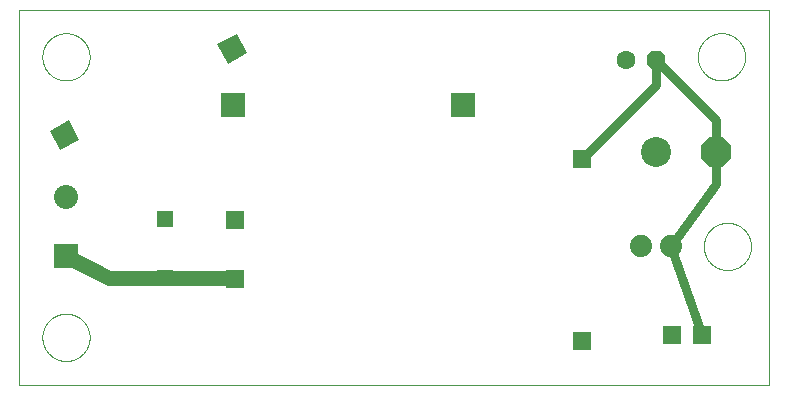
<source format=gbl>
G75*
%MOIN*%
%OFA0B0*%
%FSLAX25Y25*%
%IPPOS*%
%LPD*%
%AMOC8*
5,1,8,0,0,1.08239X$1,22.5*
%
%ADD10C,0.00000*%
%ADD11R,0.08000X0.08000*%
%ADD12C,0.08000*%
%ADD13R,0.05937X0.05937*%
%ADD14R,0.07382X0.07382*%
%ADD15R,0.07972X0.07972*%
%ADD16R,0.05543X0.05543*%
%ADD17R,0.06000X0.06000*%
%ADD18C,0.10000*%
%ADD19OC8,0.10000*%
%ADD20OC8,0.06300*%
%ADD21C,0.06300*%
%ADD22C,0.07400*%
%ADD23C,0.05000*%
%ADD24C,0.03150*%
D10*
X0002266Y0001000D02*
X0002266Y0126000D01*
X0252266Y0126000D01*
X0252266Y0001000D01*
X0002266Y0001000D01*
X0010140Y0016748D02*
X0010142Y0016941D01*
X0010149Y0017134D01*
X0010161Y0017327D01*
X0010178Y0017520D01*
X0010199Y0017712D01*
X0010225Y0017903D01*
X0010256Y0018094D01*
X0010291Y0018284D01*
X0010331Y0018473D01*
X0010376Y0018661D01*
X0010425Y0018848D01*
X0010479Y0019034D01*
X0010537Y0019218D01*
X0010600Y0019401D01*
X0010668Y0019582D01*
X0010739Y0019761D01*
X0010816Y0019939D01*
X0010896Y0020115D01*
X0010981Y0020288D01*
X0011070Y0020460D01*
X0011163Y0020629D01*
X0011260Y0020796D01*
X0011362Y0020961D01*
X0011467Y0021123D01*
X0011576Y0021282D01*
X0011690Y0021439D01*
X0011807Y0021592D01*
X0011927Y0021743D01*
X0012052Y0021891D01*
X0012180Y0022036D01*
X0012311Y0022177D01*
X0012446Y0022316D01*
X0012585Y0022451D01*
X0012726Y0022582D01*
X0012871Y0022710D01*
X0013019Y0022835D01*
X0013170Y0022955D01*
X0013323Y0023072D01*
X0013480Y0023186D01*
X0013639Y0023295D01*
X0013801Y0023400D01*
X0013966Y0023502D01*
X0014133Y0023599D01*
X0014302Y0023692D01*
X0014474Y0023781D01*
X0014647Y0023866D01*
X0014823Y0023946D01*
X0015001Y0024023D01*
X0015180Y0024094D01*
X0015361Y0024162D01*
X0015544Y0024225D01*
X0015728Y0024283D01*
X0015914Y0024337D01*
X0016101Y0024386D01*
X0016289Y0024431D01*
X0016478Y0024471D01*
X0016668Y0024506D01*
X0016859Y0024537D01*
X0017050Y0024563D01*
X0017242Y0024584D01*
X0017435Y0024601D01*
X0017628Y0024613D01*
X0017821Y0024620D01*
X0018014Y0024622D01*
X0018207Y0024620D01*
X0018400Y0024613D01*
X0018593Y0024601D01*
X0018786Y0024584D01*
X0018978Y0024563D01*
X0019169Y0024537D01*
X0019360Y0024506D01*
X0019550Y0024471D01*
X0019739Y0024431D01*
X0019927Y0024386D01*
X0020114Y0024337D01*
X0020300Y0024283D01*
X0020484Y0024225D01*
X0020667Y0024162D01*
X0020848Y0024094D01*
X0021027Y0024023D01*
X0021205Y0023946D01*
X0021381Y0023866D01*
X0021554Y0023781D01*
X0021726Y0023692D01*
X0021895Y0023599D01*
X0022062Y0023502D01*
X0022227Y0023400D01*
X0022389Y0023295D01*
X0022548Y0023186D01*
X0022705Y0023072D01*
X0022858Y0022955D01*
X0023009Y0022835D01*
X0023157Y0022710D01*
X0023302Y0022582D01*
X0023443Y0022451D01*
X0023582Y0022316D01*
X0023717Y0022177D01*
X0023848Y0022036D01*
X0023976Y0021891D01*
X0024101Y0021743D01*
X0024221Y0021592D01*
X0024338Y0021439D01*
X0024452Y0021282D01*
X0024561Y0021123D01*
X0024666Y0020961D01*
X0024768Y0020796D01*
X0024865Y0020629D01*
X0024958Y0020460D01*
X0025047Y0020288D01*
X0025132Y0020115D01*
X0025212Y0019939D01*
X0025289Y0019761D01*
X0025360Y0019582D01*
X0025428Y0019401D01*
X0025491Y0019218D01*
X0025549Y0019034D01*
X0025603Y0018848D01*
X0025652Y0018661D01*
X0025697Y0018473D01*
X0025737Y0018284D01*
X0025772Y0018094D01*
X0025803Y0017903D01*
X0025829Y0017712D01*
X0025850Y0017520D01*
X0025867Y0017327D01*
X0025879Y0017134D01*
X0025886Y0016941D01*
X0025888Y0016748D01*
X0025886Y0016555D01*
X0025879Y0016362D01*
X0025867Y0016169D01*
X0025850Y0015976D01*
X0025829Y0015784D01*
X0025803Y0015593D01*
X0025772Y0015402D01*
X0025737Y0015212D01*
X0025697Y0015023D01*
X0025652Y0014835D01*
X0025603Y0014648D01*
X0025549Y0014462D01*
X0025491Y0014278D01*
X0025428Y0014095D01*
X0025360Y0013914D01*
X0025289Y0013735D01*
X0025212Y0013557D01*
X0025132Y0013381D01*
X0025047Y0013208D01*
X0024958Y0013036D01*
X0024865Y0012867D01*
X0024768Y0012700D01*
X0024666Y0012535D01*
X0024561Y0012373D01*
X0024452Y0012214D01*
X0024338Y0012057D01*
X0024221Y0011904D01*
X0024101Y0011753D01*
X0023976Y0011605D01*
X0023848Y0011460D01*
X0023717Y0011319D01*
X0023582Y0011180D01*
X0023443Y0011045D01*
X0023302Y0010914D01*
X0023157Y0010786D01*
X0023009Y0010661D01*
X0022858Y0010541D01*
X0022705Y0010424D01*
X0022548Y0010310D01*
X0022389Y0010201D01*
X0022227Y0010096D01*
X0022062Y0009994D01*
X0021895Y0009897D01*
X0021726Y0009804D01*
X0021554Y0009715D01*
X0021381Y0009630D01*
X0021205Y0009550D01*
X0021027Y0009473D01*
X0020848Y0009402D01*
X0020667Y0009334D01*
X0020484Y0009271D01*
X0020300Y0009213D01*
X0020114Y0009159D01*
X0019927Y0009110D01*
X0019739Y0009065D01*
X0019550Y0009025D01*
X0019360Y0008990D01*
X0019169Y0008959D01*
X0018978Y0008933D01*
X0018786Y0008912D01*
X0018593Y0008895D01*
X0018400Y0008883D01*
X0018207Y0008876D01*
X0018014Y0008874D01*
X0017821Y0008876D01*
X0017628Y0008883D01*
X0017435Y0008895D01*
X0017242Y0008912D01*
X0017050Y0008933D01*
X0016859Y0008959D01*
X0016668Y0008990D01*
X0016478Y0009025D01*
X0016289Y0009065D01*
X0016101Y0009110D01*
X0015914Y0009159D01*
X0015728Y0009213D01*
X0015544Y0009271D01*
X0015361Y0009334D01*
X0015180Y0009402D01*
X0015001Y0009473D01*
X0014823Y0009550D01*
X0014647Y0009630D01*
X0014474Y0009715D01*
X0014302Y0009804D01*
X0014133Y0009897D01*
X0013966Y0009994D01*
X0013801Y0010096D01*
X0013639Y0010201D01*
X0013480Y0010310D01*
X0013323Y0010424D01*
X0013170Y0010541D01*
X0013019Y0010661D01*
X0012871Y0010786D01*
X0012726Y0010914D01*
X0012585Y0011045D01*
X0012446Y0011180D01*
X0012311Y0011319D01*
X0012180Y0011460D01*
X0012052Y0011605D01*
X0011927Y0011753D01*
X0011807Y0011904D01*
X0011690Y0012057D01*
X0011576Y0012214D01*
X0011467Y0012373D01*
X0011362Y0012535D01*
X0011260Y0012700D01*
X0011163Y0012867D01*
X0011070Y0013036D01*
X0010981Y0013208D01*
X0010896Y0013381D01*
X0010816Y0013557D01*
X0010739Y0013735D01*
X0010668Y0013914D01*
X0010600Y0014095D01*
X0010537Y0014278D01*
X0010479Y0014462D01*
X0010425Y0014648D01*
X0010376Y0014835D01*
X0010331Y0015023D01*
X0010291Y0015212D01*
X0010256Y0015402D01*
X0010225Y0015593D01*
X0010199Y0015784D01*
X0010178Y0015976D01*
X0010161Y0016169D01*
X0010149Y0016362D01*
X0010142Y0016555D01*
X0010140Y0016748D01*
X0010140Y0110252D02*
X0010142Y0110445D01*
X0010149Y0110638D01*
X0010161Y0110831D01*
X0010178Y0111024D01*
X0010199Y0111216D01*
X0010225Y0111407D01*
X0010256Y0111598D01*
X0010291Y0111788D01*
X0010331Y0111977D01*
X0010376Y0112165D01*
X0010425Y0112352D01*
X0010479Y0112538D01*
X0010537Y0112722D01*
X0010600Y0112905D01*
X0010668Y0113086D01*
X0010739Y0113265D01*
X0010816Y0113443D01*
X0010896Y0113619D01*
X0010981Y0113792D01*
X0011070Y0113964D01*
X0011163Y0114133D01*
X0011260Y0114300D01*
X0011362Y0114465D01*
X0011467Y0114627D01*
X0011576Y0114786D01*
X0011690Y0114943D01*
X0011807Y0115096D01*
X0011927Y0115247D01*
X0012052Y0115395D01*
X0012180Y0115540D01*
X0012311Y0115681D01*
X0012446Y0115820D01*
X0012585Y0115955D01*
X0012726Y0116086D01*
X0012871Y0116214D01*
X0013019Y0116339D01*
X0013170Y0116459D01*
X0013323Y0116576D01*
X0013480Y0116690D01*
X0013639Y0116799D01*
X0013801Y0116904D01*
X0013966Y0117006D01*
X0014133Y0117103D01*
X0014302Y0117196D01*
X0014474Y0117285D01*
X0014647Y0117370D01*
X0014823Y0117450D01*
X0015001Y0117527D01*
X0015180Y0117598D01*
X0015361Y0117666D01*
X0015544Y0117729D01*
X0015728Y0117787D01*
X0015914Y0117841D01*
X0016101Y0117890D01*
X0016289Y0117935D01*
X0016478Y0117975D01*
X0016668Y0118010D01*
X0016859Y0118041D01*
X0017050Y0118067D01*
X0017242Y0118088D01*
X0017435Y0118105D01*
X0017628Y0118117D01*
X0017821Y0118124D01*
X0018014Y0118126D01*
X0018207Y0118124D01*
X0018400Y0118117D01*
X0018593Y0118105D01*
X0018786Y0118088D01*
X0018978Y0118067D01*
X0019169Y0118041D01*
X0019360Y0118010D01*
X0019550Y0117975D01*
X0019739Y0117935D01*
X0019927Y0117890D01*
X0020114Y0117841D01*
X0020300Y0117787D01*
X0020484Y0117729D01*
X0020667Y0117666D01*
X0020848Y0117598D01*
X0021027Y0117527D01*
X0021205Y0117450D01*
X0021381Y0117370D01*
X0021554Y0117285D01*
X0021726Y0117196D01*
X0021895Y0117103D01*
X0022062Y0117006D01*
X0022227Y0116904D01*
X0022389Y0116799D01*
X0022548Y0116690D01*
X0022705Y0116576D01*
X0022858Y0116459D01*
X0023009Y0116339D01*
X0023157Y0116214D01*
X0023302Y0116086D01*
X0023443Y0115955D01*
X0023582Y0115820D01*
X0023717Y0115681D01*
X0023848Y0115540D01*
X0023976Y0115395D01*
X0024101Y0115247D01*
X0024221Y0115096D01*
X0024338Y0114943D01*
X0024452Y0114786D01*
X0024561Y0114627D01*
X0024666Y0114465D01*
X0024768Y0114300D01*
X0024865Y0114133D01*
X0024958Y0113964D01*
X0025047Y0113792D01*
X0025132Y0113619D01*
X0025212Y0113443D01*
X0025289Y0113265D01*
X0025360Y0113086D01*
X0025428Y0112905D01*
X0025491Y0112722D01*
X0025549Y0112538D01*
X0025603Y0112352D01*
X0025652Y0112165D01*
X0025697Y0111977D01*
X0025737Y0111788D01*
X0025772Y0111598D01*
X0025803Y0111407D01*
X0025829Y0111216D01*
X0025850Y0111024D01*
X0025867Y0110831D01*
X0025879Y0110638D01*
X0025886Y0110445D01*
X0025888Y0110252D01*
X0025886Y0110059D01*
X0025879Y0109866D01*
X0025867Y0109673D01*
X0025850Y0109480D01*
X0025829Y0109288D01*
X0025803Y0109097D01*
X0025772Y0108906D01*
X0025737Y0108716D01*
X0025697Y0108527D01*
X0025652Y0108339D01*
X0025603Y0108152D01*
X0025549Y0107966D01*
X0025491Y0107782D01*
X0025428Y0107599D01*
X0025360Y0107418D01*
X0025289Y0107239D01*
X0025212Y0107061D01*
X0025132Y0106885D01*
X0025047Y0106712D01*
X0024958Y0106540D01*
X0024865Y0106371D01*
X0024768Y0106204D01*
X0024666Y0106039D01*
X0024561Y0105877D01*
X0024452Y0105718D01*
X0024338Y0105561D01*
X0024221Y0105408D01*
X0024101Y0105257D01*
X0023976Y0105109D01*
X0023848Y0104964D01*
X0023717Y0104823D01*
X0023582Y0104684D01*
X0023443Y0104549D01*
X0023302Y0104418D01*
X0023157Y0104290D01*
X0023009Y0104165D01*
X0022858Y0104045D01*
X0022705Y0103928D01*
X0022548Y0103814D01*
X0022389Y0103705D01*
X0022227Y0103600D01*
X0022062Y0103498D01*
X0021895Y0103401D01*
X0021726Y0103308D01*
X0021554Y0103219D01*
X0021381Y0103134D01*
X0021205Y0103054D01*
X0021027Y0102977D01*
X0020848Y0102906D01*
X0020667Y0102838D01*
X0020484Y0102775D01*
X0020300Y0102717D01*
X0020114Y0102663D01*
X0019927Y0102614D01*
X0019739Y0102569D01*
X0019550Y0102529D01*
X0019360Y0102494D01*
X0019169Y0102463D01*
X0018978Y0102437D01*
X0018786Y0102416D01*
X0018593Y0102399D01*
X0018400Y0102387D01*
X0018207Y0102380D01*
X0018014Y0102378D01*
X0017821Y0102380D01*
X0017628Y0102387D01*
X0017435Y0102399D01*
X0017242Y0102416D01*
X0017050Y0102437D01*
X0016859Y0102463D01*
X0016668Y0102494D01*
X0016478Y0102529D01*
X0016289Y0102569D01*
X0016101Y0102614D01*
X0015914Y0102663D01*
X0015728Y0102717D01*
X0015544Y0102775D01*
X0015361Y0102838D01*
X0015180Y0102906D01*
X0015001Y0102977D01*
X0014823Y0103054D01*
X0014647Y0103134D01*
X0014474Y0103219D01*
X0014302Y0103308D01*
X0014133Y0103401D01*
X0013966Y0103498D01*
X0013801Y0103600D01*
X0013639Y0103705D01*
X0013480Y0103814D01*
X0013323Y0103928D01*
X0013170Y0104045D01*
X0013019Y0104165D01*
X0012871Y0104290D01*
X0012726Y0104418D01*
X0012585Y0104549D01*
X0012446Y0104684D01*
X0012311Y0104823D01*
X0012180Y0104964D01*
X0012052Y0105109D01*
X0011927Y0105257D01*
X0011807Y0105408D01*
X0011690Y0105561D01*
X0011576Y0105718D01*
X0011467Y0105877D01*
X0011362Y0106039D01*
X0011260Y0106204D01*
X0011163Y0106371D01*
X0011070Y0106540D01*
X0010981Y0106712D01*
X0010896Y0106885D01*
X0010816Y0107061D01*
X0010739Y0107239D01*
X0010668Y0107418D01*
X0010600Y0107599D01*
X0010537Y0107782D01*
X0010479Y0107966D01*
X0010425Y0108152D01*
X0010376Y0108339D01*
X0010331Y0108527D01*
X0010291Y0108716D01*
X0010256Y0108906D01*
X0010225Y0109097D01*
X0010199Y0109288D01*
X0010178Y0109480D01*
X0010161Y0109673D01*
X0010149Y0109866D01*
X0010142Y0110059D01*
X0010140Y0110252D01*
X0228644Y0110252D02*
X0228646Y0110445D01*
X0228653Y0110638D01*
X0228665Y0110831D01*
X0228682Y0111024D01*
X0228703Y0111216D01*
X0228729Y0111407D01*
X0228760Y0111598D01*
X0228795Y0111788D01*
X0228835Y0111977D01*
X0228880Y0112165D01*
X0228929Y0112352D01*
X0228983Y0112538D01*
X0229041Y0112722D01*
X0229104Y0112905D01*
X0229172Y0113086D01*
X0229243Y0113265D01*
X0229320Y0113443D01*
X0229400Y0113619D01*
X0229485Y0113792D01*
X0229574Y0113964D01*
X0229667Y0114133D01*
X0229764Y0114300D01*
X0229866Y0114465D01*
X0229971Y0114627D01*
X0230080Y0114786D01*
X0230194Y0114943D01*
X0230311Y0115096D01*
X0230431Y0115247D01*
X0230556Y0115395D01*
X0230684Y0115540D01*
X0230815Y0115681D01*
X0230950Y0115820D01*
X0231089Y0115955D01*
X0231230Y0116086D01*
X0231375Y0116214D01*
X0231523Y0116339D01*
X0231674Y0116459D01*
X0231827Y0116576D01*
X0231984Y0116690D01*
X0232143Y0116799D01*
X0232305Y0116904D01*
X0232470Y0117006D01*
X0232637Y0117103D01*
X0232806Y0117196D01*
X0232978Y0117285D01*
X0233151Y0117370D01*
X0233327Y0117450D01*
X0233505Y0117527D01*
X0233684Y0117598D01*
X0233865Y0117666D01*
X0234048Y0117729D01*
X0234232Y0117787D01*
X0234418Y0117841D01*
X0234605Y0117890D01*
X0234793Y0117935D01*
X0234982Y0117975D01*
X0235172Y0118010D01*
X0235363Y0118041D01*
X0235554Y0118067D01*
X0235746Y0118088D01*
X0235939Y0118105D01*
X0236132Y0118117D01*
X0236325Y0118124D01*
X0236518Y0118126D01*
X0236711Y0118124D01*
X0236904Y0118117D01*
X0237097Y0118105D01*
X0237290Y0118088D01*
X0237482Y0118067D01*
X0237673Y0118041D01*
X0237864Y0118010D01*
X0238054Y0117975D01*
X0238243Y0117935D01*
X0238431Y0117890D01*
X0238618Y0117841D01*
X0238804Y0117787D01*
X0238988Y0117729D01*
X0239171Y0117666D01*
X0239352Y0117598D01*
X0239531Y0117527D01*
X0239709Y0117450D01*
X0239885Y0117370D01*
X0240058Y0117285D01*
X0240230Y0117196D01*
X0240399Y0117103D01*
X0240566Y0117006D01*
X0240731Y0116904D01*
X0240893Y0116799D01*
X0241052Y0116690D01*
X0241209Y0116576D01*
X0241362Y0116459D01*
X0241513Y0116339D01*
X0241661Y0116214D01*
X0241806Y0116086D01*
X0241947Y0115955D01*
X0242086Y0115820D01*
X0242221Y0115681D01*
X0242352Y0115540D01*
X0242480Y0115395D01*
X0242605Y0115247D01*
X0242725Y0115096D01*
X0242842Y0114943D01*
X0242956Y0114786D01*
X0243065Y0114627D01*
X0243170Y0114465D01*
X0243272Y0114300D01*
X0243369Y0114133D01*
X0243462Y0113964D01*
X0243551Y0113792D01*
X0243636Y0113619D01*
X0243716Y0113443D01*
X0243793Y0113265D01*
X0243864Y0113086D01*
X0243932Y0112905D01*
X0243995Y0112722D01*
X0244053Y0112538D01*
X0244107Y0112352D01*
X0244156Y0112165D01*
X0244201Y0111977D01*
X0244241Y0111788D01*
X0244276Y0111598D01*
X0244307Y0111407D01*
X0244333Y0111216D01*
X0244354Y0111024D01*
X0244371Y0110831D01*
X0244383Y0110638D01*
X0244390Y0110445D01*
X0244392Y0110252D01*
X0244390Y0110059D01*
X0244383Y0109866D01*
X0244371Y0109673D01*
X0244354Y0109480D01*
X0244333Y0109288D01*
X0244307Y0109097D01*
X0244276Y0108906D01*
X0244241Y0108716D01*
X0244201Y0108527D01*
X0244156Y0108339D01*
X0244107Y0108152D01*
X0244053Y0107966D01*
X0243995Y0107782D01*
X0243932Y0107599D01*
X0243864Y0107418D01*
X0243793Y0107239D01*
X0243716Y0107061D01*
X0243636Y0106885D01*
X0243551Y0106712D01*
X0243462Y0106540D01*
X0243369Y0106371D01*
X0243272Y0106204D01*
X0243170Y0106039D01*
X0243065Y0105877D01*
X0242956Y0105718D01*
X0242842Y0105561D01*
X0242725Y0105408D01*
X0242605Y0105257D01*
X0242480Y0105109D01*
X0242352Y0104964D01*
X0242221Y0104823D01*
X0242086Y0104684D01*
X0241947Y0104549D01*
X0241806Y0104418D01*
X0241661Y0104290D01*
X0241513Y0104165D01*
X0241362Y0104045D01*
X0241209Y0103928D01*
X0241052Y0103814D01*
X0240893Y0103705D01*
X0240731Y0103600D01*
X0240566Y0103498D01*
X0240399Y0103401D01*
X0240230Y0103308D01*
X0240058Y0103219D01*
X0239885Y0103134D01*
X0239709Y0103054D01*
X0239531Y0102977D01*
X0239352Y0102906D01*
X0239171Y0102838D01*
X0238988Y0102775D01*
X0238804Y0102717D01*
X0238618Y0102663D01*
X0238431Y0102614D01*
X0238243Y0102569D01*
X0238054Y0102529D01*
X0237864Y0102494D01*
X0237673Y0102463D01*
X0237482Y0102437D01*
X0237290Y0102416D01*
X0237097Y0102399D01*
X0236904Y0102387D01*
X0236711Y0102380D01*
X0236518Y0102378D01*
X0236325Y0102380D01*
X0236132Y0102387D01*
X0235939Y0102399D01*
X0235746Y0102416D01*
X0235554Y0102437D01*
X0235363Y0102463D01*
X0235172Y0102494D01*
X0234982Y0102529D01*
X0234793Y0102569D01*
X0234605Y0102614D01*
X0234418Y0102663D01*
X0234232Y0102717D01*
X0234048Y0102775D01*
X0233865Y0102838D01*
X0233684Y0102906D01*
X0233505Y0102977D01*
X0233327Y0103054D01*
X0233151Y0103134D01*
X0232978Y0103219D01*
X0232806Y0103308D01*
X0232637Y0103401D01*
X0232470Y0103498D01*
X0232305Y0103600D01*
X0232143Y0103705D01*
X0231984Y0103814D01*
X0231827Y0103928D01*
X0231674Y0104045D01*
X0231523Y0104165D01*
X0231375Y0104290D01*
X0231230Y0104418D01*
X0231089Y0104549D01*
X0230950Y0104684D01*
X0230815Y0104823D01*
X0230684Y0104964D01*
X0230556Y0105109D01*
X0230431Y0105257D01*
X0230311Y0105408D01*
X0230194Y0105561D01*
X0230080Y0105718D01*
X0229971Y0105877D01*
X0229866Y0106039D01*
X0229764Y0106204D01*
X0229667Y0106371D01*
X0229574Y0106540D01*
X0229485Y0106712D01*
X0229400Y0106885D01*
X0229320Y0107061D01*
X0229243Y0107239D01*
X0229172Y0107418D01*
X0229104Y0107599D01*
X0229041Y0107782D01*
X0228983Y0107966D01*
X0228929Y0108152D01*
X0228880Y0108339D01*
X0228835Y0108527D01*
X0228795Y0108716D01*
X0228760Y0108906D01*
X0228729Y0109097D01*
X0228703Y0109288D01*
X0228682Y0109480D01*
X0228665Y0109673D01*
X0228653Y0109866D01*
X0228646Y0110059D01*
X0228644Y0110252D01*
X0230613Y0047063D02*
X0230615Y0047256D01*
X0230622Y0047449D01*
X0230634Y0047642D01*
X0230651Y0047835D01*
X0230672Y0048027D01*
X0230698Y0048218D01*
X0230729Y0048409D01*
X0230764Y0048599D01*
X0230804Y0048788D01*
X0230849Y0048976D01*
X0230898Y0049163D01*
X0230952Y0049349D01*
X0231010Y0049533D01*
X0231073Y0049716D01*
X0231141Y0049897D01*
X0231212Y0050076D01*
X0231289Y0050254D01*
X0231369Y0050430D01*
X0231454Y0050603D01*
X0231543Y0050775D01*
X0231636Y0050944D01*
X0231733Y0051111D01*
X0231835Y0051276D01*
X0231940Y0051438D01*
X0232049Y0051597D01*
X0232163Y0051754D01*
X0232280Y0051907D01*
X0232400Y0052058D01*
X0232525Y0052206D01*
X0232653Y0052351D01*
X0232784Y0052492D01*
X0232919Y0052631D01*
X0233058Y0052766D01*
X0233199Y0052897D01*
X0233344Y0053025D01*
X0233492Y0053150D01*
X0233643Y0053270D01*
X0233796Y0053387D01*
X0233953Y0053501D01*
X0234112Y0053610D01*
X0234274Y0053715D01*
X0234439Y0053817D01*
X0234606Y0053914D01*
X0234775Y0054007D01*
X0234947Y0054096D01*
X0235120Y0054181D01*
X0235296Y0054261D01*
X0235474Y0054338D01*
X0235653Y0054409D01*
X0235834Y0054477D01*
X0236017Y0054540D01*
X0236201Y0054598D01*
X0236387Y0054652D01*
X0236574Y0054701D01*
X0236762Y0054746D01*
X0236951Y0054786D01*
X0237141Y0054821D01*
X0237332Y0054852D01*
X0237523Y0054878D01*
X0237715Y0054899D01*
X0237908Y0054916D01*
X0238101Y0054928D01*
X0238294Y0054935D01*
X0238487Y0054937D01*
X0238680Y0054935D01*
X0238873Y0054928D01*
X0239066Y0054916D01*
X0239259Y0054899D01*
X0239451Y0054878D01*
X0239642Y0054852D01*
X0239833Y0054821D01*
X0240023Y0054786D01*
X0240212Y0054746D01*
X0240400Y0054701D01*
X0240587Y0054652D01*
X0240773Y0054598D01*
X0240957Y0054540D01*
X0241140Y0054477D01*
X0241321Y0054409D01*
X0241500Y0054338D01*
X0241678Y0054261D01*
X0241854Y0054181D01*
X0242027Y0054096D01*
X0242199Y0054007D01*
X0242368Y0053914D01*
X0242535Y0053817D01*
X0242700Y0053715D01*
X0242862Y0053610D01*
X0243021Y0053501D01*
X0243178Y0053387D01*
X0243331Y0053270D01*
X0243482Y0053150D01*
X0243630Y0053025D01*
X0243775Y0052897D01*
X0243916Y0052766D01*
X0244055Y0052631D01*
X0244190Y0052492D01*
X0244321Y0052351D01*
X0244449Y0052206D01*
X0244574Y0052058D01*
X0244694Y0051907D01*
X0244811Y0051754D01*
X0244925Y0051597D01*
X0245034Y0051438D01*
X0245139Y0051276D01*
X0245241Y0051111D01*
X0245338Y0050944D01*
X0245431Y0050775D01*
X0245520Y0050603D01*
X0245605Y0050430D01*
X0245685Y0050254D01*
X0245762Y0050076D01*
X0245833Y0049897D01*
X0245901Y0049716D01*
X0245964Y0049533D01*
X0246022Y0049349D01*
X0246076Y0049163D01*
X0246125Y0048976D01*
X0246170Y0048788D01*
X0246210Y0048599D01*
X0246245Y0048409D01*
X0246276Y0048218D01*
X0246302Y0048027D01*
X0246323Y0047835D01*
X0246340Y0047642D01*
X0246352Y0047449D01*
X0246359Y0047256D01*
X0246361Y0047063D01*
X0246359Y0046870D01*
X0246352Y0046677D01*
X0246340Y0046484D01*
X0246323Y0046291D01*
X0246302Y0046099D01*
X0246276Y0045908D01*
X0246245Y0045717D01*
X0246210Y0045527D01*
X0246170Y0045338D01*
X0246125Y0045150D01*
X0246076Y0044963D01*
X0246022Y0044777D01*
X0245964Y0044593D01*
X0245901Y0044410D01*
X0245833Y0044229D01*
X0245762Y0044050D01*
X0245685Y0043872D01*
X0245605Y0043696D01*
X0245520Y0043523D01*
X0245431Y0043351D01*
X0245338Y0043182D01*
X0245241Y0043015D01*
X0245139Y0042850D01*
X0245034Y0042688D01*
X0244925Y0042529D01*
X0244811Y0042372D01*
X0244694Y0042219D01*
X0244574Y0042068D01*
X0244449Y0041920D01*
X0244321Y0041775D01*
X0244190Y0041634D01*
X0244055Y0041495D01*
X0243916Y0041360D01*
X0243775Y0041229D01*
X0243630Y0041101D01*
X0243482Y0040976D01*
X0243331Y0040856D01*
X0243178Y0040739D01*
X0243021Y0040625D01*
X0242862Y0040516D01*
X0242700Y0040411D01*
X0242535Y0040309D01*
X0242368Y0040212D01*
X0242199Y0040119D01*
X0242027Y0040030D01*
X0241854Y0039945D01*
X0241678Y0039865D01*
X0241500Y0039788D01*
X0241321Y0039717D01*
X0241140Y0039649D01*
X0240957Y0039586D01*
X0240773Y0039528D01*
X0240587Y0039474D01*
X0240400Y0039425D01*
X0240212Y0039380D01*
X0240023Y0039340D01*
X0239833Y0039305D01*
X0239642Y0039274D01*
X0239451Y0039248D01*
X0239259Y0039227D01*
X0239066Y0039210D01*
X0238873Y0039198D01*
X0238680Y0039191D01*
X0238487Y0039189D01*
X0238294Y0039191D01*
X0238101Y0039198D01*
X0237908Y0039210D01*
X0237715Y0039227D01*
X0237523Y0039248D01*
X0237332Y0039274D01*
X0237141Y0039305D01*
X0236951Y0039340D01*
X0236762Y0039380D01*
X0236574Y0039425D01*
X0236387Y0039474D01*
X0236201Y0039528D01*
X0236017Y0039586D01*
X0235834Y0039649D01*
X0235653Y0039717D01*
X0235474Y0039788D01*
X0235296Y0039865D01*
X0235120Y0039945D01*
X0234947Y0040030D01*
X0234775Y0040119D01*
X0234606Y0040212D01*
X0234439Y0040309D01*
X0234274Y0040411D01*
X0234112Y0040516D01*
X0233953Y0040625D01*
X0233796Y0040739D01*
X0233643Y0040856D01*
X0233492Y0040976D01*
X0233344Y0041101D01*
X0233199Y0041229D01*
X0233058Y0041360D01*
X0232919Y0041495D01*
X0232784Y0041634D01*
X0232653Y0041775D01*
X0232525Y0041920D01*
X0232400Y0042068D01*
X0232280Y0042219D01*
X0232163Y0042372D01*
X0232049Y0042529D01*
X0231940Y0042688D01*
X0231835Y0042850D01*
X0231733Y0043015D01*
X0231636Y0043182D01*
X0231543Y0043351D01*
X0231454Y0043523D01*
X0231369Y0043696D01*
X0231289Y0043872D01*
X0231212Y0044050D01*
X0231141Y0044229D01*
X0231073Y0044410D01*
X0231010Y0044593D01*
X0230952Y0044777D01*
X0230898Y0044963D01*
X0230849Y0045150D01*
X0230804Y0045338D01*
X0230764Y0045527D01*
X0230729Y0045717D01*
X0230698Y0045908D01*
X0230672Y0046099D01*
X0230651Y0046291D01*
X0230634Y0046484D01*
X0230622Y0046677D01*
X0230615Y0046870D01*
X0230613Y0047063D01*
D11*
X0017935Y0043756D03*
D12*
X0017935Y0063441D03*
D13*
X0074392Y0055843D03*
X0074392Y0036157D03*
X0190140Y0015685D03*
X0190140Y0076315D03*
D14*
G36*
X0068505Y0114550D02*
X0075064Y0117935D01*
X0078449Y0111376D01*
X0071890Y0107991D01*
X0068505Y0114550D01*
G37*
G36*
X0012529Y0085658D02*
X0019088Y0089043D01*
X0022473Y0082484D01*
X0015914Y0079099D01*
X0012529Y0085658D01*
G37*
D15*
X0073644Y0094071D03*
X0150416Y0094071D03*
D16*
X0051124Y0056157D03*
X0051124Y0036472D03*
D17*
X0219865Y0017496D03*
X0229865Y0017496D03*
D18*
X0214707Y0078559D03*
D19*
X0234707Y0078559D03*
D20*
X0214746Y0109268D03*
D21*
X0204746Y0109268D03*
D22*
X0209589Y0047063D03*
X0219589Y0047063D03*
D23*
X0074077Y0036472D02*
X0051124Y0036472D01*
X0032424Y0036433D01*
X0017935Y0043756D01*
D24*
X0074077Y0036472D02*
X0074392Y0036157D01*
X0190140Y0076315D02*
X0214746Y0100921D01*
X0214746Y0109268D01*
X0234707Y0089307D01*
X0234707Y0078559D01*
X0234707Y0067929D01*
X0219589Y0047063D01*
X0219628Y0047024D01*
X0229865Y0017496D01*
M02*

</source>
